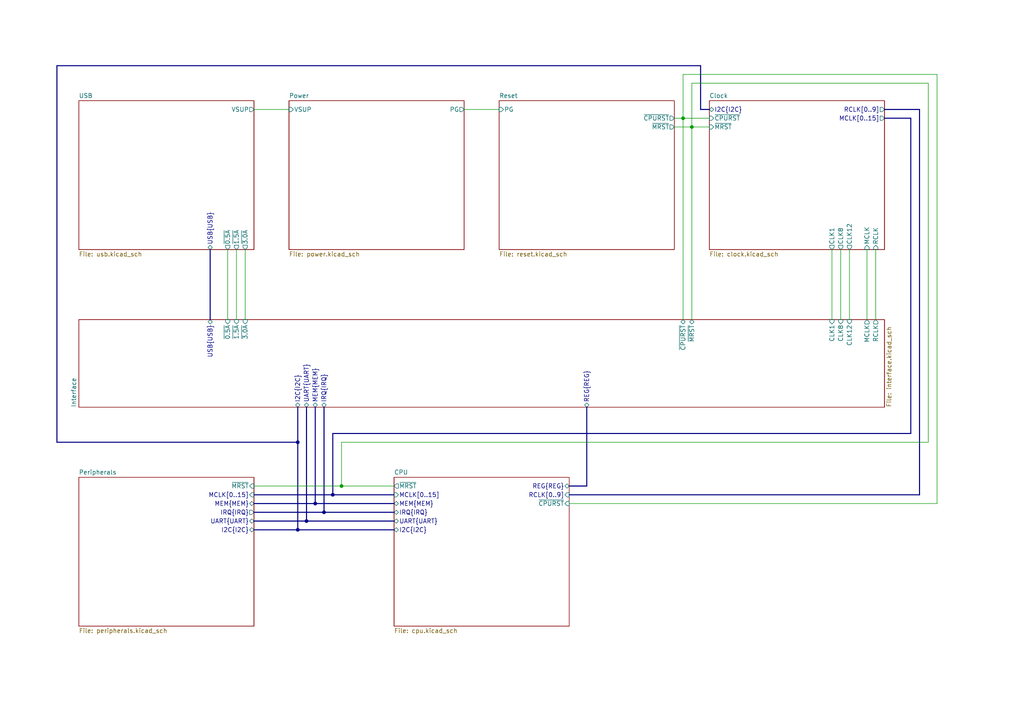
<source format=kicad_sch>
(kicad_sch
	(version 20231120)
	(generator "eeschema")
	(generator_version "8.0")
	(uuid "b4bde1b3-859c-4538-a8f1-0c6fb216a957")
	(paper "A4")
	(title_block
		(title "RVFS Backplane")
		(date "2024-08-17")
		(rev "0.0.1")
	)
	(lib_symbols)
	(bus_alias "I2C"
		(members "SDA" "SCL")
	)
	(bus_alias "IRQ"
		(members "[0..15]")
	)
	(bus_alias "MEM"
		(members "A[0..27]" "D[0..31]" "RE" "WE")
	)
	(bus_alias "REG"
		(members "SEL[0..11]" "D[0..31]" "DIR")
	)
	(bus_alias "SID"
		(members "[0..3]")
	)
	(bus_alias "UART"
		(members "RX" "TX")
	)
	(bus_alias "USB"
		(members "D+" "D-")
	)
	(junction
		(at 96.52 143.51)
		(diameter 0)
		(color 0 0 0 0)
		(uuid "05a73d30-aab5-42a2-a6ed-107abc5c2ec7")
	)
	(junction
		(at 93.98 148.59)
		(diameter 0)
		(color 0 0 0 0)
		(uuid "52f988b8-a4c9-4d10-aab3-3eb29e389d24")
	)
	(junction
		(at 200.66 36.83)
		(diameter 0)
		(color 0 0 0 0)
		(uuid "55f202fb-bc61-47c7-92e3-a91447b27c4a")
	)
	(junction
		(at 88.9 151.13)
		(diameter 0)
		(color 0 0 0 0)
		(uuid "7d8829d6-4278-47cd-884b-4fc8513dd665")
	)
	(junction
		(at 86.36 128.27)
		(diameter 0)
		(color 0 0 0 0)
		(uuid "af294d81-2e62-44b6-b965-487b1107dd4a")
	)
	(junction
		(at 91.44 146.05)
		(diameter 0)
		(color 0 0 0 0)
		(uuid "b82ba09b-5aea-4c6b-b4c2-aa7ded43b808")
	)
	(junction
		(at 198.12 34.29)
		(diameter 0)
		(color 0 0 0 0)
		(uuid "bd9a1fdd-8023-4995-b39d-431721301434")
	)
	(junction
		(at 99.06 140.97)
		(diameter 0)
		(color 0 0 0 0)
		(uuid "e532a33d-887d-4020-9200-4db2568e709f")
	)
	(junction
		(at 86.36 153.67)
		(diameter 0)
		(color 0 0 0 0)
		(uuid "ea84ccc4-7424-45df-aa4e-cc2bd7284226")
	)
	(bus
		(pts
			(xy 86.36 118.11) (xy 86.36 128.27)
		)
		(stroke
			(width 0)
			(type default)
		)
		(uuid "01945cdd-596a-4b17-8b62-d171fcdb8a9d")
	)
	(bus
		(pts
			(xy 73.66 148.59) (xy 93.98 148.59)
		)
		(stroke
			(width 0)
			(type default)
		)
		(uuid "096215c9-a8a5-4c21-98f1-95292c3e7495")
	)
	(bus
		(pts
			(xy 205.74 31.75) (xy 203.2 31.75)
		)
		(stroke
			(width 0)
			(type default)
		)
		(uuid "0ee79e1c-47e7-4b3e-b901-6975782cd879")
	)
	(bus
		(pts
			(xy 16.51 128.27) (xy 86.36 128.27)
		)
		(stroke
			(width 0)
			(type default)
		)
		(uuid "100a26fe-2eb6-41f8-bc95-3f8abf599869")
	)
	(bus
		(pts
			(xy 264.16 34.29) (xy 264.16 125.73)
		)
		(stroke
			(width 0)
			(type default)
		)
		(uuid "16b1b02b-7865-4865-bf94-580273014ac9")
	)
	(wire
		(pts
			(xy 68.58 72.39) (xy 68.58 92.71)
		)
		(stroke
			(width 0)
			(type default)
		)
		(uuid "24be20c5-4390-4949-873d-5c49e7e1ea6b")
	)
	(wire
		(pts
			(xy 73.66 140.97) (xy 99.06 140.97)
		)
		(stroke
			(width 0)
			(type default)
		)
		(uuid "257de9f9-c4d3-468f-8655-91aaa6134752")
	)
	(wire
		(pts
			(xy 200.66 24.13) (xy 269.24 24.13)
		)
		(stroke
			(width 0)
			(type default)
		)
		(uuid "2a827a55-2799-483f-9ae5-1363cfe22745")
	)
	(wire
		(pts
			(xy 134.62 31.75) (xy 144.78 31.75)
		)
		(stroke
			(width 0)
			(type default)
		)
		(uuid "386a1b0b-2d2b-4673-ad83-9bb25f6a157c")
	)
	(wire
		(pts
			(xy 73.66 31.75) (xy 83.82 31.75)
		)
		(stroke
			(width 0)
			(type default)
		)
		(uuid "3d178420-f562-4450-a358-e430bf5e1d5d")
	)
	(bus
		(pts
			(xy 16.51 19.05) (xy 16.51 128.27)
		)
		(stroke
			(width 0)
			(type default)
		)
		(uuid "3d366f50-9d43-479b-a741-158091845416")
	)
	(wire
		(pts
			(xy 195.58 34.29) (xy 198.12 34.29)
		)
		(stroke
			(width 0)
			(type default)
		)
		(uuid "3ec75153-053e-4320-9994-d4b818e3e816")
	)
	(wire
		(pts
			(xy 200.66 36.83) (xy 205.74 36.83)
		)
		(stroke
			(width 0)
			(type default)
		)
		(uuid "5091632a-9974-48c4-9c09-77b0a3e110c4")
	)
	(wire
		(pts
			(xy 198.12 21.59) (xy 271.78 21.59)
		)
		(stroke
			(width 0)
			(type default)
		)
		(uuid "51d51d07-7bcc-41eb-b599-3e117c159204")
	)
	(wire
		(pts
			(xy 99.06 140.97) (xy 114.3 140.97)
		)
		(stroke
			(width 0)
			(type default)
		)
		(uuid "526950fc-3d2a-4a21-a061-5c3d550fce70")
	)
	(wire
		(pts
			(xy 271.78 146.05) (xy 165.1 146.05)
		)
		(stroke
			(width 0)
			(type default)
		)
		(uuid "557f14a6-fa5c-427f-82bd-ab51d8130e4f")
	)
	(wire
		(pts
			(xy 243.84 72.39) (xy 243.84 92.71)
		)
		(stroke
			(width 0)
			(type default)
		)
		(uuid "5b2bc4c7-af01-4b19-b2eb-e9a4d4dbc39b")
	)
	(wire
		(pts
			(xy 71.12 72.39) (xy 71.12 92.71)
		)
		(stroke
			(width 0)
			(type default)
		)
		(uuid "5b6b92b5-b9ad-4e23-99c1-0e3de424fe99")
	)
	(bus
		(pts
			(xy 88.9 118.11) (xy 88.9 151.13)
		)
		(stroke
			(width 0)
			(type default)
		)
		(uuid "5c09d5e6-93b4-4c1f-8bd8-b98ff1813452")
	)
	(bus
		(pts
			(xy 91.44 118.11) (xy 91.44 146.05)
		)
		(stroke
			(width 0)
			(type default)
		)
		(uuid "5c9767b3-8228-4bd7-899a-b6acfc8283e5")
	)
	(wire
		(pts
			(xy 66.04 72.39) (xy 66.04 92.71)
		)
		(stroke
			(width 0)
			(type default)
		)
		(uuid "6c3eb81b-e1e3-404c-a75a-267b2eb28ff2")
	)
	(bus
		(pts
			(xy 165.1 140.97) (xy 170.18 140.97)
		)
		(stroke
			(width 0)
			(type default)
		)
		(uuid "6dd33428-c554-4f3c-a576-cd62e4949482")
	)
	(wire
		(pts
			(xy 99.06 140.97) (xy 99.06 128.27)
		)
		(stroke
			(width 0)
			(type default)
		)
		(uuid "84f461e8-a77c-4410-95aa-7ad76920a0eb")
	)
	(bus
		(pts
			(xy 264.16 125.73) (xy 96.52 125.73)
		)
		(stroke
			(width 0)
			(type default)
		)
		(uuid "877395e7-164f-4d49-bb1a-49e636ddcf48")
	)
	(bus
		(pts
			(xy 60.96 72.39) (xy 60.96 92.71)
		)
		(stroke
			(width 0)
			(type default)
		)
		(uuid "8bc8c324-ce09-410f-8b9f-0d5a0cae8485")
	)
	(bus
		(pts
			(xy 96.52 143.51) (xy 114.3 143.51)
		)
		(stroke
			(width 0)
			(type default)
		)
		(uuid "8ef09442-47d4-4608-87df-c5d75dc74275")
	)
	(wire
		(pts
			(xy 269.24 24.13) (xy 269.24 128.27)
		)
		(stroke
			(width 0)
			(type default)
		)
		(uuid "96ece64c-a1a4-4b21-869a-13f8277f748e")
	)
	(bus
		(pts
			(xy 256.54 31.75) (xy 266.7 31.75)
		)
		(stroke
			(width 0)
			(type default)
		)
		(uuid "9eec7283-5627-48e0-ae83-507e74b9c608")
	)
	(wire
		(pts
			(xy 246.38 72.39) (xy 246.38 92.71)
		)
		(stroke
			(width 0)
			(type default)
		)
		(uuid "a508def9-e6c6-434c-920a-64e344244789")
	)
	(bus
		(pts
			(xy 93.98 118.11) (xy 93.98 148.59)
		)
		(stroke
			(width 0)
			(type default)
		)
		(uuid "a75f9b5e-3590-4acf-864c-fbcc7296dca1")
	)
	(wire
		(pts
			(xy 198.12 34.29) (xy 198.12 92.71)
		)
		(stroke
			(width 0)
			(type default)
		)
		(uuid "a7db8b21-23f1-4aa0-a9fe-e03950da5b8c")
	)
	(bus
		(pts
			(xy 73.66 146.05) (xy 91.44 146.05)
		)
		(stroke
			(width 0)
			(type default)
		)
		(uuid "b18d6bf2-d9d5-436b-aaeb-104bbcffb2d2")
	)
	(bus
		(pts
			(xy 86.36 153.67) (xy 73.66 153.67)
		)
		(stroke
			(width 0)
			(type default)
		)
		(uuid "b3844ad5-2813-4f61-bc85-0f8f7dec626d")
	)
	(bus
		(pts
			(xy 88.9 151.13) (xy 114.3 151.13)
		)
		(stroke
			(width 0)
			(type default)
		)
		(uuid "b713c0f6-b484-4e99-88d9-662182e978d6")
	)
	(wire
		(pts
			(xy 198.12 34.29) (xy 205.74 34.29)
		)
		(stroke
			(width 0)
			(type default)
		)
		(uuid "ba0fd052-6432-4b04-a5ba-e562b216f333")
	)
	(bus
		(pts
			(xy 256.54 34.29) (xy 264.16 34.29)
		)
		(stroke
			(width 0)
			(type default)
		)
		(uuid "be39dee3-38fc-4b36-b7f6-f41a97e09ed1")
	)
	(wire
		(pts
			(xy 195.58 36.83) (xy 200.66 36.83)
		)
		(stroke
			(width 0)
			(type default)
		)
		(uuid "c31811f8-9339-421e-aeb4-b06c0126e687")
	)
	(wire
		(pts
			(xy 271.78 21.59) (xy 271.78 146.05)
		)
		(stroke
			(width 0)
			(type default)
		)
		(uuid "ceda86db-5e08-40d0-8fd7-753e3a723547")
	)
	(bus
		(pts
			(xy 266.7 143.51) (xy 165.1 143.51)
		)
		(stroke
			(width 0)
			(type default)
		)
		(uuid "cfcb62f7-7b98-4726-b7b1-7a9f94f882b4")
	)
	(wire
		(pts
			(xy 241.3 72.39) (xy 241.3 92.71)
		)
		(stroke
			(width 0)
			(type default)
		)
		(uuid "d59daecb-060b-4bdb-890c-79cd871db313")
	)
	(bus
		(pts
			(xy 86.36 128.27) (xy 86.36 153.67)
		)
		(stroke
			(width 0)
			(type default)
		)
		(uuid "d7481da7-e3ac-4173-9c28-bcd43150860f")
	)
	(bus
		(pts
			(xy 86.36 153.67) (xy 114.3 153.67)
		)
		(stroke
			(width 0)
			(type default)
		)
		(uuid "d959344b-741b-4563-b601-254cbe2a2a51")
	)
	(wire
		(pts
			(xy 200.66 24.13) (xy 200.66 36.83)
		)
		(stroke
			(width 0)
			(type default)
		)
		(uuid "dfb10a30-ffee-4fcb-a9b9-cbaa376ae0a4")
	)
	(bus
		(pts
			(xy 73.66 143.51) (xy 96.52 143.51)
		)
		(stroke
			(width 0)
			(type default)
		)
		(uuid "e04cfa04-a259-45fd-9408-3225eb25fdd8")
	)
	(wire
		(pts
			(xy 254 72.39) (xy 254 92.71)
		)
		(stroke
			(width 0)
			(type default)
		)
		(uuid "e32d475d-73c9-4e7e-b4c1-aee8af44d3e9")
	)
	(bus
		(pts
			(xy 203.2 19.05) (xy 16.51 19.05)
		)
		(stroke
			(width 0)
			(type default)
		)
		(uuid "e538cd14-7631-4bd5-a4c7-e04becda574d")
	)
	(bus
		(pts
			(xy 93.98 148.59) (xy 114.3 148.59)
		)
		(stroke
			(width 0)
			(type default)
		)
		(uuid "e57a4c4a-7f74-4c22-b1ff-8a13e29cb014")
	)
	(wire
		(pts
			(xy 198.12 21.59) (xy 198.12 34.29)
		)
		(stroke
			(width 0)
			(type default)
		)
		(uuid "ea3476a7-7e93-493c-a751-9c5e32839e1e")
	)
	(wire
		(pts
			(xy 99.06 128.27) (xy 269.24 128.27)
		)
		(stroke
			(width 0)
			(type default)
		)
		(uuid "ee39378f-0a10-43b9-b00c-7bf710ad4662")
	)
	(bus
		(pts
			(xy 266.7 31.75) (xy 266.7 143.51)
		)
		(stroke
			(width 0)
			(type default)
		)
		(uuid "ef29c9cb-20af-4739-be34-a0e768612513")
	)
	(bus
		(pts
			(xy 96.52 125.73) (xy 96.52 143.51)
		)
		(stroke
			(width 0)
			(type default)
		)
		(uuid "ef971335-2b7c-48eb-9cff-25e393f343bb")
	)
	(wire
		(pts
			(xy 200.66 36.83) (xy 200.66 92.71)
		)
		(stroke
			(width 0)
			(type default)
		)
		(uuid "f0ecd367-11fb-4cdd-9a0c-e797ef05f45a")
	)
	(bus
		(pts
			(xy 91.44 146.05) (xy 114.3 146.05)
		)
		(stroke
			(width 0)
			(type default)
		)
		(uuid "f238186a-b2d5-4a7e-a896-a517d54fb9a8")
	)
	(bus
		(pts
			(xy 170.18 118.11) (xy 170.18 140.97)
		)
		(stroke
			(width 0)
			(type default)
		)
		(uuid "f75bb49d-5498-4ded-adbd-c8aa26f0c627")
	)
	(bus
		(pts
			(xy 203.2 19.05) (xy 203.2 31.75)
		)
		(stroke
			(width 0)
			(type default)
		)
		(uuid "f792b127-17e3-4f31-92fa-76915fab86c8")
	)
	(wire
		(pts
			(xy 251.46 72.39) (xy 251.46 92.71)
		)
		(stroke
			(width 0)
			(type default)
		)
		(uuid "fc58fb7b-4bda-48de-aeda-ac8c8a6c6ece")
	)
	(bus
		(pts
			(xy 73.66 151.13) (xy 88.9 151.13)
		)
		(stroke
			(width 0)
			(type default)
		)
		(uuid "fe42c7a3-920c-4925-9cfe-41884dd5d3d3")
	)
	(sheet
		(at 22.86 29.21)
		(size 50.8 43.18)
		(fields_autoplaced yes)
		(stroke
			(width 0.1524)
			(type solid)
		)
		(fill
			(color 0 0 0 0.0000)
		)
		(uuid "2dbaedeb-7bb5-4802-ab1e-2c7f0002df1f")
		(property "Sheetname" "USB"
			(at 22.86 28.4984 0)
			(effects
				(font
					(size 1.27 1.27)
				)
				(justify left bottom)
			)
		)
		(property "Sheetfile" "usb.kicad_sch"
			(at 22.86 72.9746 0)
			(effects
				(font
					(size 1.27 1.27)
				)
				(justify left top)
			)
		)
		(pin "~{1.5A}" output
			(at 68.58 72.39 270)
			(effects
				(font
					(size 1.27 1.27)
				)
				(justify left)
			)
			(uuid "b4de9206-3e89-4d8a-8cb2-1948bb500b60")
		)
		(pin "~{0.5A}" output
			(at 66.04 72.39 270)
			(effects
				(font
					(size 1.27 1.27)
				)
				(justify left)
			)
			(uuid "139675bd-9aec-496e-bb93-d4feb5f35547")
		)
		(pin "~{3.0A}" output
			(at 71.12 72.39 270)
			(effects
				(font
					(size 1.27 1.27)
				)
				(justify left)
			)
			(uuid "165a50b9-5f3a-470b-bb5d-6c0f9bdfb9c9")
		)
		(pin "VSUP" output
			(at 73.66 31.75 0)
			(effects
				(font
					(size 1.27 1.27)
				)
				(justify right)
			)
			(uuid "acf6ee42-538b-4b56-9724-4e0a310d7690")
		)
		(pin "USB{USB}" bidirectional
			(at 60.96 72.39 270)
			(effects
				(font
					(size 1.27 1.27)
				)
				(justify left)
			)
			(uuid "b8a61d17-fe36-4cc8-878e-e7479f7edbb4")
		)
		(instances
			(project "backplane"
				(path "/b4bde1b3-859c-4538-a8f1-0c6fb216a957"
					(page "2")
				)
			)
		)
	)
	(sheet
		(at 114.3 138.43)
		(size 50.8 43.18)
		(fields_autoplaced yes)
		(stroke
			(width 0.1524)
			(type solid)
		)
		(fill
			(color 0 0 0 0.0000)
		)
		(uuid "2fa6b38a-97ae-467d-9a06-58eb03392b30")
		(property "Sheetname" "CPU"
			(at 114.3 137.7184 0)
			(effects
				(font
					(size 1.27 1.27)
				)
				(justify left bottom)
			)
		)
		(property "Sheetfile" "cpu.kicad_sch"
			(at 114.3 182.1946 0)
			(effects
				(font
					(size 1.27 1.27)
				)
				(justify left top)
			)
		)
		(pin "~{CPURST}" input
			(at 165.1 146.05 0)
			(effects
				(font
					(size 1.27 1.27)
				)
				(justify right)
			)
			(uuid "92f1da96-9408-416e-9861-2d1f14494506")
		)
		(pin "MEM{MEM}" bidirectional
			(at 114.3 146.05 180)
			(effects
				(font
					(size 1.27 1.27)
				)
				(justify left)
			)
			(uuid "79d5f8e0-fef4-4b05-9ee9-eeb755d349ef")
		)
		(pin "IRQ{IRQ}" bidirectional
			(at 114.3 148.59 180)
			(effects
				(font
					(size 1.27 1.27)
				)
				(justify left)
			)
			(uuid "92331046-44b3-4260-96ed-f6bada32f9a0")
		)
		(pin "REG{REG}" bidirectional
			(at 165.1 140.97 0)
			(effects
				(font
					(size 1.27 1.27)
				)
				(justify right)
			)
			(uuid "ad15d5b9-704f-4752-bfdd-770f04f664fd")
		)
		(pin "~{MRST}" output
			(at 114.3 140.97 180)
			(effects
				(font
					(size 1.27 1.27)
				)
				(justify left)
			)
			(uuid "73391636-92d9-4005-9507-fa5e35bc8773")
		)
		(pin "RCLK[0..9]" input
			(at 165.1 143.51 0)
			(effects
				(font
					(size 1.27 1.27)
				)
				(justify right)
			)
			(uuid "0a8ed3fb-bcfa-45cb-910a-5d892a83786d")
		)
		(pin "I2C{I2C}" bidirectional
			(at 114.3 153.67 180)
			(effects
				(font
					(size 1.27 1.27)
				)
				(justify left)
			)
			(uuid "443a5bf4-e746-492c-a02d-aca16f9a337a")
		)
		(pin "UART{UART}" bidirectional
			(at 114.3 151.13 180)
			(effects
				(font
					(size 1.27 1.27)
				)
				(justify left)
			)
			(uuid "e1afecc6-5a84-4232-8b34-850dedd0357a")
		)
		(pin "MCLK[0..15]" input
			(at 114.3 143.51 180)
			(effects
				(font
					(size 1.27 1.27)
				)
				(justify left)
			)
			(uuid "1cee6e33-f380-4d44-b2a7-72aaaeaccd53")
		)
		(instances
			(project "backplane"
				(path "/b4bde1b3-859c-4538-a8f1-0c6fb216a957"
					(page "4")
				)
			)
		)
	)
	(sheet
		(at 83.82 29.21)
		(size 50.8 43.18)
		(fields_autoplaced yes)
		(stroke
			(width 0.1524)
			(type solid)
		)
		(fill
			(color 0 0 0 0.0000)
		)
		(uuid "b991faaf-7359-4c77-8124-d56f42138e84")
		(property "Sheetname" "Power"
			(at 83.82 28.4984 0)
			(effects
				(font
					(size 1.27 1.27)
				)
				(justify left bottom)
			)
		)
		(property "Sheetfile" "power.kicad_sch"
			(at 83.82 72.9746 0)
			(effects
				(font
					(size 1.27 1.27)
				)
				(justify left top)
			)
		)
		(pin "VSUP" input
			(at 83.82 31.75 180)
			(effects
				(font
					(size 1.27 1.27)
				)
				(justify left)
			)
			(uuid "ffed1ea7-faba-4a97-8ecb-d621a5956241")
		)
		(pin "PG" output
			(at 134.62 31.75 0)
			(effects
				(font
					(size 1.27 1.27)
				)
				(justify right)
			)
			(uuid "aa4f50d8-0f54-4c4a-b4bd-dd24d507bef2")
		)
		(instances
			(project "backplane"
				(path "/b4bde1b3-859c-4538-a8f1-0c6fb216a957"
					(page "5")
				)
			)
		)
	)
	(sheet
		(at 22.86 92.71)
		(size 233.68 25.4)
		(fields_autoplaced yes)
		(stroke
			(width 0.1524)
			(type solid)
		)
		(fill
			(color 0 0 0 0.0000)
		)
		(uuid "bd7ce088-b816-4c7b-96cf-5c9cefb5e628")
		(property "Sheetname" "Interface"
			(at 22.1484 118.11 90)
			(effects
				(font
					(size 1.27 1.27)
				)
				(justify left bottom)
			)
		)
		(property "Sheetfile" "interface.kicad_sch"
			(at 257.1246 118.11 90)
			(effects
				(font
					(size 1.27 1.27)
				)
				(justify left top)
			)
		)
		(pin "MEM{MEM}" bidirectional
			(at 91.44 118.11 270)
			(effects
				(font
					(size 1.27 1.27)
				)
				(justify left)
			)
			(uuid "b8915189-607c-4a38-a543-6379e30f0e8d")
		)
		(pin "REG{REG}" bidirectional
			(at 170.18 118.11 270)
			(effects
				(font
					(size 1.27 1.27)
				)
				(justify left)
			)
			(uuid "7d43b482-048f-4388-9a34-c841296cf955")
		)
		(pin "IRQ{IRQ}" bidirectional
			(at 93.98 118.11 270)
			(effects
				(font
					(size 1.27 1.27)
				)
				(justify left)
			)
			(uuid "e8c2311a-9b40-4c54-b6ec-f748af6b2898")
		)
		(pin "CLK8" input
			(at 243.84 92.71 90)
			(effects
				(font
					(size 1.27 1.27)
				)
				(justify right)
			)
			(uuid "9a003f65-51bb-4e8b-a4da-8d509be38f0f")
		)
		(pin "CLK1" input
			(at 241.3 92.71 90)
			(effects
				(font
					(size 1.27 1.27)
				)
				(justify right)
			)
			(uuid "f539d856-e63c-42e8-813a-b8595a357df7")
		)
		(pin "CLK12" input
			(at 246.38 92.71 90)
			(effects
				(font
					(size 1.27 1.27)
				)
				(justify right)
			)
			(uuid "f27e7539-d31e-4326-888d-6861c1c02a56")
		)
		(pin "~{MRST}" bidirectional
			(at 200.66 92.71 90)
			(effects
				(font
					(size 1.27 1.27)
				)
				(justify right)
			)
			(uuid "c87aae4b-ddac-45aa-9d31-1c93873089f5")
		)
		(pin "~{CPURST}" bidirectional
			(at 198.12 92.71 90)
			(effects
				(font
					(size 1.27 1.27)
				)
				(justify right)
			)
			(uuid "db5f3a5e-ff47-491b-962d-b358964bb72c")
		)
		(pin "~{0.5A}" input
			(at 66.04 92.71 90)
			(effects
				(font
					(size 1.27 1.27)
				)
				(justify right)
			)
			(uuid "e2e215c7-7044-4008-a7ed-07bc2aca1319")
		)
		(pin "~{1.5A}" input
			(at 68.58 92.71 90)
			(effects
				(font
					(size 1.27 1.27)
				)
				(justify right)
			)
			(uuid "35275e22-d8e3-420c-999b-5b78a36996d7")
		)
		(pin "~{3.0A}" input
			(at 71.12 92.71 90)
			(effects
				(font
					(size 1.27 1.27)
				)
				(justify right)
			)
			(uuid "c7dc0686-108d-4d94-bd17-ae98a158e044")
		)
		(pin "USB{USB}" bidirectional
			(at 60.96 92.71 90)
			(effects
				(font
					(size 1.27 1.27)
				)
				(justify right)
			)
			(uuid "d2797907-b04b-4aa8-8cdd-825229bb01fd")
		)
		(pin "UART{UART}" bidirectional
			(at 88.9 118.11 270)
			(effects
				(font
					(size 1.27 1.27)
				)
				(justify left)
			)
			(uuid "35436fff-1165-48fe-9c82-5fc7a07efccb")
		)
		(pin "I2C{I2C}" bidirectional
			(at 86.36 118.11 270)
			(effects
				(font
					(size 1.27 1.27)
				)
				(justify left)
			)
			(uuid "97dd8f99-c2b2-4433-9b03-cfd617ae93e1")
		)
		(pin "MCLK" output
			(at 251.46 92.71 90)
			(effects
				(font
					(size 1.27 1.27)
				)
				(justify right)
			)
			(uuid "334f4bc2-98ff-4126-b222-cb7a8462973e")
		)
		(pin "RCLK" output
			(at 254 92.71 90)
			(effects
				(font
					(size 1.27 1.27)
				)
				(justify right)
			)
			(uuid "a4d6c1c3-6758-4c12-8773-ef8f072269b5")
		)
		(instances
			(project "backplane"
				(path "/b4bde1b3-859c-4538-a8f1-0c6fb216a957"
					(page "7")
				)
			)
		)
	)
	(sheet
		(at 22.86 138.43)
		(size 50.8 43.18)
		(fields_autoplaced yes)
		(stroke
			(width 0.1524)
			(type solid)
		)
		(fill
			(color 0 0 0 0.0000)
		)
		(uuid "c50700a9-bfcb-4713-9fd0-def8beacc827")
		(property "Sheetname" "Peripherals"
			(at 22.86 137.7184 0)
			(effects
				(font
					(size 1.27 1.27)
				)
				(justify left bottom)
			)
		)
		(property "Sheetfile" "peripherals.kicad_sch"
			(at 22.86 182.1946 0)
			(effects
				(font
					(size 1.27 1.27)
				)
				(justify left top)
			)
		)
		(pin "~{MRST}" input
			(at 73.66 140.97 0)
			(effects
				(font
					(size 1.27 1.27)
				)
				(justify right)
			)
			(uuid "accf1426-5adc-44f4-8831-e2c9ba2a9718")
		)
		(pin "IRQ{IRQ}" output
			(at 73.66 148.59 0)
			(effects
				(font
					(size 1.27 1.27)
				)
				(justify right)
			)
			(uuid "93cb2c54-a472-4f57-8f85-560c9e5b785d")
		)
		(pin "MEM{MEM}" bidirectional
			(at 73.66 146.05 0)
			(effects
				(font
					(size 1.27 1.27)
				)
				(justify right)
			)
			(uuid "becbcfb4-66d1-4c80-975b-ae3ba4f0e8f9")
		)
		(pin "UART{UART}" bidirectional
			(at 73.66 151.13 0)
			(effects
				(font
					(size 1.27 1.27)
				)
				(justify right)
			)
			(uuid "346b47c1-9c64-4012-a367-a8137b3e38bc")
		)
		(pin "I2C{I2C}" bidirectional
			(at 73.66 153.67 0)
			(effects
				(font
					(size 1.27 1.27)
				)
				(justify right)
			)
			(uuid "2b9773ee-2c19-4309-b2ca-fd3c00f19be3")
		)
		(pin "MCLK[0..15]" input
			(at 73.66 143.51 0)
			(effects
				(font
					(size 1.27 1.27)
				)
				(justify right)
			)
			(uuid "5dde4cdb-4689-404f-b6f2-a6fe90c652d0")
		)
		(instances
			(project "backplane"
				(path "/b4bde1b3-859c-4538-a8f1-0c6fb216a957"
					(page "3")
				)
			)
		)
	)
	(sheet
		(at 205.74 29.21)
		(size 50.8 43.18)
		(fields_autoplaced yes)
		(stroke
			(width 0.1524)
			(type solid)
		)
		(fill
			(color 0 0 0 0.0000)
		)
		(uuid "fbc5fd6e-1da5-45bd-b44c-4e7238fd6d8a")
		(property "Sheetname" "Clock"
			(at 205.74 28.4984 0)
			(effects
				(font
					(size 1.27 1.27)
				)
				(justify left bottom)
			)
		)
		(property "Sheetfile" "clock.kicad_sch"
			(at 205.74 72.9746 0)
			(effects
				(font
					(size 1.27 1.27)
				)
				(justify left top)
			)
		)
		(pin "CLK1" output
			(at 241.3 72.39 270)
			(effects
				(font
					(size 1.27 1.27)
				)
				(justify left)
			)
			(uuid "c7a9633a-7dcb-4a9c-bef8-cb4f35f252ec")
		)
		(pin "CLK8" output
			(at 243.84 72.39 270)
			(effects
				(font
					(size 1.27 1.27)
				)
				(justify left)
			)
			(uuid "c55405e8-49c3-44bf-9567-35a2b1f2318a")
		)
		(pin "CLK12" output
			(at 246.38 72.39 270)
			(effects
				(font
					(size 1.27 1.27)
				)
				(justify left)
			)
			(uuid "18c0d297-eb4b-4871-b7df-1e55854c2656")
		)
		(pin "I2C{I2C}" bidirectional
			(at 205.74 31.75 180)
			(effects
				(font
					(size 1.27 1.27)
				)
				(justify left)
			)
			(uuid "7c11bf7e-9131-4695-b029-4afbc3618f2e")
		)
		(pin "RCLK" input
			(at 254 72.39 270)
			(effects
				(font
					(size 1.27 1.27)
				)
				(justify left)
			)
			(uuid "9ceac465-43a1-44c8-b7cd-daad2b6b60a8")
		)
		(pin "MCLK" input
			(at 251.46 72.39 270)
			(effects
				(font
					(size 1.27 1.27)
				)
				(justify left)
			)
			(uuid "8a337f12-1f58-428f-816b-fda624ea6989")
		)
		(pin "~{MRST}" input
			(at 205.74 36.83 180)
			(effects
				(font
					(size 1.27 1.27)
				)
				(justify left)
			)
			(uuid "4c665bed-1b00-4080-a75f-b4b8677c2abf")
		)
		(pin "~{CPURST}" input
			(at 205.74 34.29 180)
			(effects
				(font
					(size 1.27 1.27)
				)
				(justify left)
			)
			(uuid "190521f8-8401-4083-a162-d65c8e3d4cda")
		)
		(pin "RCLK[0..9]" output
			(at 256.54 31.75 0)
			(effects
				(font
					(size 1.27 1.27)
				)
				(justify right)
			)
			(uuid "dbc3cdf3-a7d0-4450-b25c-119b4b64d085")
		)
		(pin "MCLK[0..15]" output
			(at 256.54 34.29 0)
			(effects
				(font
					(size 1.27 1.27)
				)
				(justify right)
			)
			(uuid "1c02a8ce-643f-4d87-b90e-5145795cf351")
		)
		(instances
			(project "backplane"
				(path "/b4bde1b3-859c-4538-a8f1-0c6fb216a957"
					(page "6")
				)
			)
		)
	)
	(sheet
		(at 144.78 29.21)
		(size 50.8 43.18)
		(fields_autoplaced yes)
		(stroke
			(width 0.1524)
			(type solid)
		)
		(fill
			(color 0 0 0 0.0000)
		)
		(uuid "ffcc59a3-0b20-4add-855a-646c0ee3d42c")
		(property "Sheetname" "Reset"
			(at 144.78 28.4984 0)
			(effects
				(font
					(size 1.27 1.27)
				)
				(justify left bottom)
			)
		)
		(property "Sheetfile" "reset.kicad_sch"
			(at 144.78 72.9746 0)
			(effects
				(font
					(size 1.27 1.27)
				)
				(justify left top)
			)
		)
		(pin "PG" input
			(at 144.78 31.75 180)
			(effects
				(font
					(size 1.27 1.27)
				)
				(justify left)
			)
			(uuid "7064c86b-92ae-4ffb-b700-5a954b7f09a4")
		)
		(pin "~{MRST}" output
			(at 195.58 36.83 0)
			(effects
				(font
					(size 1.27 1.27)
				)
				(justify right)
			)
			(uuid "1448f9eb-f4e7-4b98-8d38-5a844bb390a7")
		)
		(pin "~{CPURST}" output
			(at 195.58 34.29 0)
			(effects
				(font
					(size 1.27 1.27)
				)
				(justify right)
			)
			(uuid "eaa0db5a-174b-4aa9-8d72-99105df44e81")
		)
		(instances
			(project "backplane"
				(path "/b4bde1b3-859c-4538-a8f1-0c6fb216a957"
					(page "8")
				)
			)
		)
	)
	(sheet_instances
		(path "/"
			(page "1")
		)
	)
)

</source>
